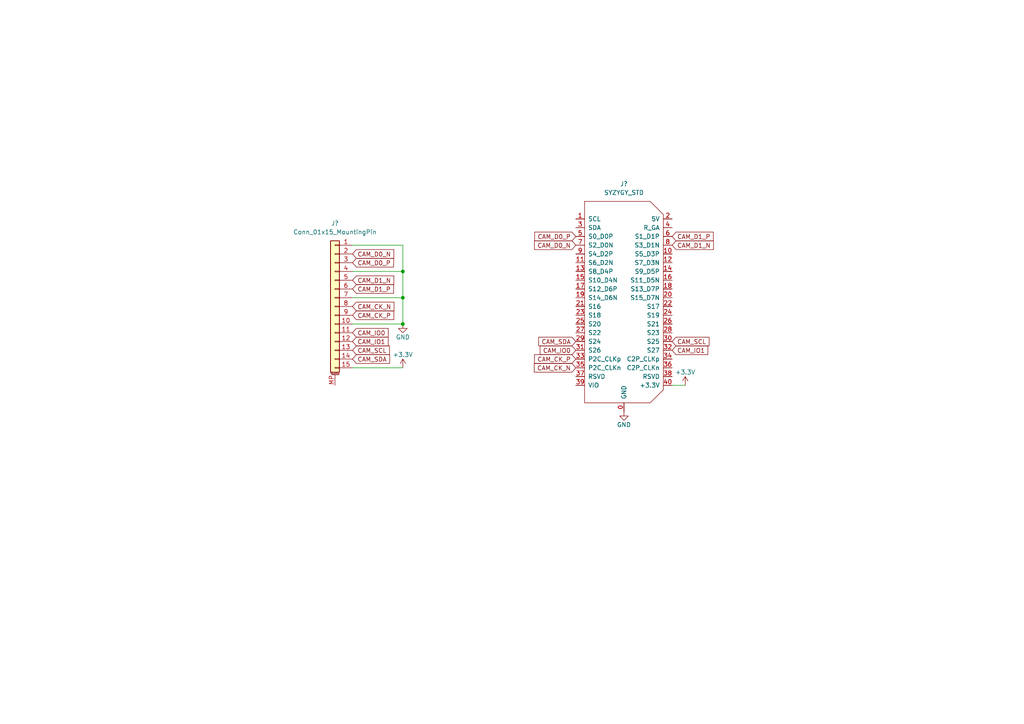
<source format=kicad_sch>
(kicad_sch (version 20211123) (generator eeschema)
  (paper "A4")
  (lib_symbols
    (symbol "Connector_Generic_MountingPin:Conn_01x15_MountingPin" (pin_names (offset 1.016) hide)
      (property "Reference" "J" (at 0 20.32 0))
      (property "Value" "Conn_01x15_MountingPin" (at 1.27 -20.32 0))
      (symbol "Conn_01x15_MountingPin_1_1"
        (rectangle (start -1.27 -17.653) (end 0 -17.907) (stroke (width 0.1524)))
        (rectangle (start -1.27 -15.113) (end 0 -15.367) (stroke (width 0.1524)))
        (rectangle (start -1.27 -12.573) (end 0 -12.827) (stroke (width 0.1524)))
        (rectangle (start -1.27 -10.033) (end 0 -10.287) (stroke (width 0.1524)))
        (rectangle (start -1.27 -7.493) (end 0 -7.747) (stroke (width 0.1524)))
        (rectangle (start -1.27 -4.953) (end 0 -5.207) (stroke (width 0.1524)))
        (rectangle (start -1.27 -2.413) (end 0 -2.667) (stroke (width 0.1524)))
        (rectangle (start -1.27 0.127) (end 0 -0.127) (stroke (width 0.1524)))
        (rectangle (start -1.27 2.667) (end 0 2.413) (stroke (width 0.1524)))
        (rectangle (start -1.27 5.207) (end 0 4.953) (stroke (width 0.1524)))
        (rectangle (start -1.27 7.747) (end 0 7.493) (stroke (width 0.1524)))
        (rectangle (start -1.27 10.287) (end 0 10.033) (stroke (width 0.1524)))
        (rectangle (start -1.27 12.827) (end 0 12.573) (stroke (width 0.1524)))
        (rectangle (start -1.27 15.367) (end 0 15.113) (stroke (width 0.1524)))
        (rectangle (start -1.27 17.907) (end 0 17.653) (stroke (width 0.1524)))
        (rectangle (start -1.27 19.05) (end 1.27 -19.05) (stroke (width 0.254)) (fill (type background)))
        (polyline (pts (xy -1.016 -19.812) (xy 1.016 -19.812)) (stroke (width 0.1524)))
        (text "Mounting" (at 0 -19.431 0) (effects (font (size 0.381 0.381))))
        (pin passive line (at -5.08 17.78 0) (length 3.81) (name "Pin_1") (number "1"))
        (pin passive line (at -5.08 -5.08 0) (length 3.81) (name "Pin_10") (number "10"))
        (pin passive line (at -5.08 -7.62 0) (length 3.81) (name "Pin_11") (number "11"))
        (pin passive line (at -5.08 -10.16 0) (length 3.81) (name "Pin_12") (number "12"))
        (pin passive line (at -5.08 -12.7 0) (length 3.81) (name "Pin_13") (number "13"))
        (pin passive line (at -5.08 -15.24 0) (length 3.81) (name "Pin_14") (number "14"))
        (pin passive line (at -5.08 -17.78 0) (length 3.81) (name "Pin_15") (number "15"))
        (pin passive line (at -5.08 15.24 0) (length 3.81) (name "Pin_2") (number "2"))
        (pin passive line (at -5.08 12.7 0) (length 3.81) (name "Pin_3") (number "3"))
        (pin passive line (at -5.08 10.16 0) (length 3.81) (name "Pin_4") (number "4"))
        (pin passive line (at -5.08 7.62 0) (length 3.81) (name "Pin_5") (number "5"))
        (pin passive line (at -5.08 5.08 0) (length 3.81) (name "Pin_6") (number "6"))
        (pin passive line (at -5.08 2.54 0) (length 3.81) (name "Pin_7") (number "7"))
        (pin passive line (at -5.08 0 0) (length 3.81) (name "Pin_8") (number "8"))
        (pin passive line (at -5.08 -2.54 0) (length 3.81) (name "Pin_9") (number "9"))
        (pin passive line (at 0 -22.86 90) (length 3.048) (name "MountPin") (number "MP"))
      )
    )
    (symbol "SYZYGY:SYZYGY_STD" (pin_names (offset 1.016))
      (property "Reference" "J" (at -10.16 30.48 0))
      (property "Value" "SYZYGY_STD" (at -10.16 27.94 0))
      (symbol "SYZYGY_STD_0_1"
        (polyline (pts (xy -11.43 26.67) (xy -11.43 -31.75) (xy 7.62 -31.75) (xy 11.43 -27.94)))
        (polyline (pts (xy 11.43 -27.94) (xy 11.43 22.86) (xy 7.62 26.67) (xy -11.43 26.67)))
      )
      (symbol "SYZYGY_STD_1_1"
        (pin passive line (at 0 -34.29 90) (length 2.54) (name "GND") (number "0"))
        (pin passive line (at -13.97 21.59 0) (length 2.54) (name "SCL") (number "1"))
        (pin passive line (at 13.97 11.43 180) (length 2.54) (name "S5_D3P") (number "10"))
        (pin passive line (at -13.97 8.89 0) (length 2.54) (name "S6_D2N") (number "11"))
        (pin passive line (at 13.97 8.89 180) (length 2.54) (name "S7_D3N") (number "12"))
        (pin passive line (at -13.97 6.35 0) (length 2.54) (name "S8_D4P") (number "13"))
        (pin passive line (at 13.97 6.35 180) (length 2.54) (name "S9_D5P") (number "14"))
        (pin passive line (at -13.97 3.81 0) (length 2.54) (name "S10_D4N") (number "15"))
        (pin passive line (at 13.97 3.81 180) (length 2.54) (name "S11_D5N") (number "16"))
        (pin passive line (at -13.97 1.27 0) (length 2.54) (name "S12_D6P") (number "17"))
        (pin passive line (at 13.97 1.27 180) (length 2.54) (name "S13_D7P") (number "18"))
        (pin passive line (at -13.97 -1.27 0) (length 2.54) (name "S14_D6N") (number "19"))
        (pin power_out line (at 13.97 21.59 180) (length 2.54) (name "5V") (number "2"))
        (pin passive line (at 13.97 -1.27 180) (length 2.54) (name "S15_D7N") (number "20"))
        (pin passive line (at -13.97 -3.81 0) (length 2.54) (name "S16") (number "21"))
        (pin passive line (at 13.97 -3.81 180) (length 2.54) (name "S17") (number "22"))
        (pin passive line (at -13.97 -6.35 0) (length 2.54) (name "S18") (number "23"))
        (pin passive line (at 13.97 -6.35 180) (length 2.54) (name "S19") (number "24"))
        (pin passive line (at -13.97 -8.89 0) (length 2.54) (name "S20") (number "25"))
        (pin passive line (at 13.97 -8.89 180) (length 2.54) (name "S21") (number "26"))
        (pin passive line (at -13.97 -11.43 0) (length 2.54) (name "S22") (number "27"))
        (pin passive line (at 13.97 -11.43 180) (length 2.54) (name "S23") (number "28"))
        (pin passive line (at -13.97 -13.97 0) (length 2.54) (name "S24") (number "29"))
        (pin passive line (at -13.97 19.05 0) (length 2.54) (name "SDA") (number "3"))
        (pin passive line (at 13.97 -13.97 180) (length 2.54) (name "S25") (number "30"))
        (pin passive line (at -13.97 -16.51 0) (length 2.54) (name "S26") (number "31"))
        (pin passive line (at 13.97 -16.51 180) (length 2.54) (name "S27") (number "32"))
        (pin passive line (at -13.97 -19.05 0) (length 2.54) (name "P2C_CLKp") (number "33"))
        (pin passive line (at 13.97 -19.05 180) (length 2.54) (name "C2P_CLKp") (number "34"))
        (pin passive line (at -13.97 -21.59 0) (length 2.54) (name "P2C_CLKn") (number "35"))
        (pin passive line (at 13.97 -21.59 180) (length 2.54) (name "C2P_CLKn") (number "36"))
        (pin passive line (at -13.97 -24.13 0) (length 2.54) (name "RSVD") (number "37"))
        (pin passive line (at 13.97 -24.13 180) (length 2.54) (name "RSVD") (number "38"))
        (pin power_out line (at -13.97 -26.67 0) (length 2.54) (name "VIO") (number "39"))
        (pin passive line (at 13.97 19.05 180) (length 2.54) (name "R_GA") (number "4"))
        (pin power_out line (at 13.97 -26.67 180) (length 2.54) (name "+3.3V") (number "40"))
        (pin passive line (at -13.97 16.51 0) (length 2.54) (name "S0_D0P") (number "5"))
        (pin passive line (at 13.97 16.51 180) (length 2.54) (name "S1_D1P") (number "6"))
        (pin passive line (at -13.97 13.97 0) (length 2.54) (name "S2_D0N") (number "7"))
        (pin passive line (at 13.97 13.97 180) (length 2.54) (name "S3_D1N") (number "8"))
        (pin passive line (at -13.97 11.43 0) (length 2.54) (name "S4_D2P") (number "9"))
      )
    )
    (symbol "power:+3.3V" (power) (pin_names (offset 0))
      (property "Value" "+3.3V" (at 0 3.556 0))
      (symbol "+3.3V_0_1"
        (polyline (pts (xy -0.762 1.27) (xy 0 2.54)))
        (polyline (pts (xy 0 0) (xy 0 2.54)))
        (polyline (pts (xy 0 2.54) (xy 0.762 1.27)))
      )
      (symbol "+3.3V_1_1"
        (pin power_in line (at 0 0 90) (length 0) hide (name "+3.3V") (number "1"))
      )
    )
    (symbol "power:GND" (power) (pin_names (offset 0))
      (property "Value" "GND" (at 0 -3.81 0))
      (symbol "GND_0_1"
        (polyline (pts (xy 0 0) (xy 0 -1.27) (xy 1.27 -1.27) (xy 0 -2.54) (xy -1.27 -1.27) (xy 0 -1.27)))
      )
      (symbol "GND_1_1"
        (pin power_in line (at 0 0 270) (length 0) hide (name "GND") (number "1"))
      )
    )
  )
  (junction (at 116.84 86.36))
  (junction (at 116.84 93.98))
  (junction (at 116.84 78.74))
  (wire (pts (xy 194.945 111.76) (xy 198.755 111.76)))
  (wire (pts (xy 102.235 106.68) (xy 116.84 106.68)))
  (wire (pts (xy 102.235 93.98) (xy 116.84 93.98)))
  (wire (pts (xy 116.84 86.36) (xy 116.84 93.98)))
  (wire (pts (xy 116.84 78.74) (xy 116.84 86.36)))
  (wire (pts (xy 102.235 71.12) (xy 116.84 71.12)))
  (wire (pts (xy 102.235 78.74) (xy 116.84 78.74)))
  (wire (pts (xy 102.235 86.36) (xy 116.84 86.36)))
  (wire (pts (xy 116.84 71.12) (xy 116.84 78.74)))
  (global_label "CAM_CK_P" (shape input) (at 102.235 91.44 0) (property "Intersheet References" "${INTERSHEET_REFS}" (effects hide)))
  (global_label "CAM_D0_P" (shape input) (at 167.005 68.58 180) (property "Intersheet References" "${INTERSHEET_REFS}" (effects hide)))
  (global_label "CAM_SDA" (shape input) (at 167.005 99.06 180) (property "Intersheet References" "${INTERSHEET_REFS}" (effects hide)))
  (global_label "CAM_IO1" (shape input) (at 194.945 101.6 0) (property "Intersheet References" "${INTERSHEET_REFS}" (effects hide)))
  (global_label "CAM_SDA" (shape input) (at 102.235 104.14 0) (property "Intersheet References" "${INTERSHEET_REFS}" (effects hide)))
  (global_label "CAM_D0_N" (shape input) (at 102.235 73.66 0) (property "Intersheet References" "${INTERSHEET_REFS}" (effects hide)))
  (global_label "CAM_IO0" (shape input) (at 167.005 101.6 180) (property "Intersheet References" "${INTERSHEET_REFS}" (effects hide)))
  (global_label "CAM_CK_N" (shape input) (at 167.005 106.68 180) (property "Intersheet References" "${INTERSHEET_REFS}" (effects hide)))
  (global_label "CAM_IO1" (shape input) (at 102.235 99.06 0) (property "Intersheet References" "${INTERSHEET_REFS}" (effects hide)))
  (global_label "CAM_IO0" (shape input) (at 102.235 96.52 0) (property "Intersheet References" "${INTERSHEET_REFS}" (effects hide)))
  (global_label "CAM_D1_N" (shape input) (at 102.235 81.28 0) (property "Intersheet References" "${INTERSHEET_REFS}" (effects hide)))
  (global_label "CAM_SCL" (shape input) (at 194.945 99.06 0) (property "Intersheet References" "${INTERSHEET_REFS}" (effects hide)))
  (global_label "CAM_SCL" (shape input) (at 102.235 101.6 0) (property "Intersheet References" "${INTERSHEET_REFS}" (effects hide)))
  (global_label "CAM_D1_P" (shape input) (at 102.235 83.82 0) (property "Intersheet References" "${INTERSHEET_REFS}" (effects hide)))
  (global_label "CAM_D1_P" (shape input) (at 194.945 68.58 0) (property "Intersheet References" "${INTERSHEET_REFS}" (effects hide)))
  (global_label "CAM_D1_N" (shape input) (at 194.945 71.12 0) (property "Intersheet References" "${INTERSHEET_REFS}" (effects hide)))
  (global_label "CAM_D0_P" (shape input) (at 102.235 76.2 0) (property "Intersheet References" "${INTERSHEET_REFS}" (effects hide)))
  (global_label "CAM_D0_N" (shape input) (at 167.005 71.12 180) (property "Intersheet References" "${INTERSHEET_REFS}" (effects hide)))
  (global_label "CAM_CK_P" (shape input) (at 167.005 104.14 180) (property "Intersheet References" "${INTERSHEET_REFS}" (effects hide)))
  (global_label "CAM_CK_N" (shape input) (at 102.235 88.9 0) (property "Intersheet References" "${INTERSHEET_REFS}" (effects hide)))
  (symbol (lib_id "Connector_Generic_MountingPin:Conn_01x15_MountingPin") (at 97.155 88.9 0) (mirror y) (unit 1)
    (property "Reference" "J?" (at 97.155 64.77 0))
    (property "Value" "Conn_01x15_MountingPin" (at 97.155 67.31 0))
    (property "Footprint" "Connector_FFC-FPC:TE_1-84952-5_1x15-1MP_P1.0mm_Horizontal" (effects hide))
  )
  (symbol (lib_id "power:+3.3V") (at 198.755 111.76 0) (unit 1)
    (property "Reference" "#PWR?" (effects hide))
    (property "Value" "+3.3V" (at 198.755 107.95 0))
  )
  (symbol (lib_id "SYZYGY:SYZYGY_STD") (at 180.975 85.09 0) (unit 1)
    (property "Reference" "J?" (at 180.975 53.34 0))
    (property "Value" "SYZYGY_STD" (at 180.975 55.88 0))
    (property "Footprint" "SYZYGY:QTE-020-01-F-D-A" (effects hide))
    (property "Datasheet" "http://suddendocs.samtec.com/catalog_english/qte.pdf" (effects hide))
    (property "Manufacturer" "Samtec" (effects hide))
    (property "Manufacturer_PN" "QTE-020-01-F-D-A" (effects hide))
  )
  (symbol (lib_id "power:GND") (at 180.975 119.38 0) (unit 1)
    (property "Reference" "#PWR?" (effects hide))
    (property "Value" "GND" (at 180.975 123.19 0))
  )
  (symbol (lib_id "power:GND") (at 116.84 93.98 0) (unit 1)
    (property "Reference" "#PWR?" (effects hide))
    (property "Value" "GND" (at 116.84 97.79 0))
  )
  (symbol (lib_id "power:+3.3V") (at 116.84 106.68 0) (unit 1)
    (property "Reference" "#PWR?" (effects hide))
    (property "Value" "+3.3V" (at 116.84 102.87 0))
  )
)
</source>
